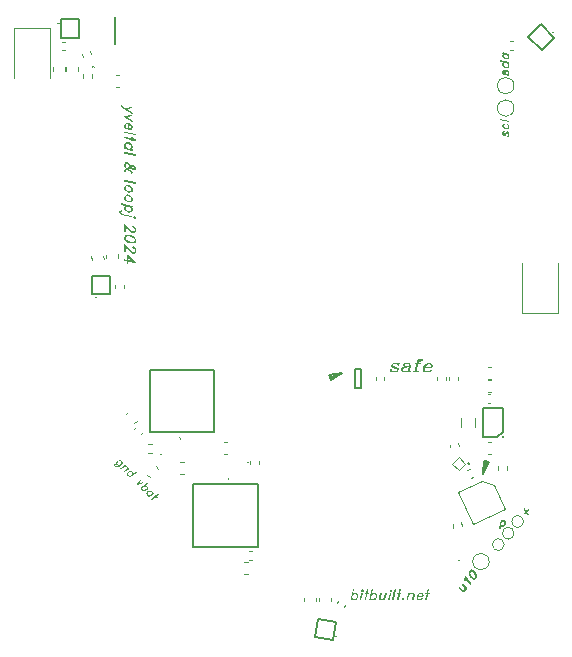
<source format=gbr>
%TF.GenerationSoftware,KiCad,Pcbnew,8.99.0-417-ga763d613e5*%
%TF.CreationDate,2024-05-16T16:31:54-04:00*%
%TF.ProjectId,thundervolt,7468756e-6465-4727-966f-6c742e6b6963,rev?*%
%TF.SameCoordinates,PX85b368ePY7384544*%
%TF.FileFunction,Legend,Top*%
%TF.FilePolarity,Positive*%
%FSLAX46Y46*%
G04 Gerber Fmt 4.6, Leading zero omitted, Abs format (unit mm)*
G04 Created by KiCad (PCBNEW 8.99.0-417-ga763d613e5) date 2024-05-16 16:31:54*
%MOMM*%
%LPD*%
G01*
G04 APERTURE LIST*
%ADD10C,0.150000*%
%ADD11C,0.140000*%
%ADD12C,0.225000*%
%ADD13C,0.112500*%
%ADD14C,0.200000*%
%ADD15C,0.300000*%
%ADD16C,0.180000*%
%ADD17C,0.120000*%
%ADD18C,0.100000*%
%ADD19C,0.152400*%
%ADD20C,0.121115*%
%ADD21C,0.121114*%
%ADD22C,0.121116*%
G04 APERTURE END LIST*
D10*
X5534332Y17441502D02*
X5784332Y17191502D01*
X5534332Y17441502D02*
X6634332Y17591502D01*
X18656286Y9449669D02*
X18825334Y10017988D01*
X5784332Y17191502D02*
X5659332Y17316502D01*
X5659332Y17316502D02*
X6284332Y17441502D01*
X5684332Y17041502D02*
X5534332Y17441502D01*
X18578408Y9076929D02*
X18672771Y10170592D01*
X19086468Y10064034D02*
X18578408Y9076929D01*
D11*
X-12083388Y31078826D02*
G75*
G02*
X-12043876Y31361633I9518J142834D01*
G01*
D10*
X18672771Y10170592D02*
X19086468Y10064034D01*
X6634332Y17591502D02*
X5684332Y17041502D01*
X18912378Y10033336D02*
X18656286Y9449669D01*
X6284332Y17441502D02*
X5721832Y17254002D01*
X18738287Y10002638D02*
X18912378Y10033336D01*
G36*
X-11147144Y40169030D02*
G01*
X-11131903Y40155841D01*
X-11120179Y40138842D01*
X-11116662Y40078465D01*
X-11120179Y40061173D01*
X-11131903Y40048570D01*
X-11147144Y40041829D01*
X-11565678Y39957125D01*
X-11143920Y39697739D01*
X-11128679Y39684843D01*
X-11116662Y39667258D01*
X-11113438Y39648500D01*
X-11116662Y39589589D01*
X-11128386Y39577279D01*
X-11143627Y39570831D01*
X-11160626Y39570831D01*
X-11179384Y39578158D01*
X-12100863Y40154376D01*
X-12116104Y40167565D01*
X-12126069Y40184271D01*
X-12129586Y40203322D01*
X-12126069Y40263406D01*
X-12100863Y40281577D01*
X-12082398Y40282457D01*
X-12063641Y40273664D01*
X-11731275Y40060880D01*
X-11182608Y40176358D01*
X-11165608Y40176358D01*
X-11147144Y40169030D01*
G37*
G36*
X-11147144Y39476162D02*
G01*
X-11131903Y39462973D01*
X-11120179Y39445974D01*
X-11116662Y39385597D01*
X-11120179Y39368305D01*
X-11131903Y39355702D01*
X-11147144Y39348961D01*
X-11569195Y39264843D01*
X-11144213Y39004871D01*
X-11128679Y38991975D01*
X-11116662Y38974390D01*
X-11116662Y38956218D01*
X-11116662Y38913427D01*
X-11120179Y38897600D01*
X-11131903Y38884997D01*
X-11147144Y38878549D01*
X-11165902Y38878842D01*
X-11182901Y38885876D01*
X-11800444Y39270119D01*
X-11815978Y39283015D01*
X-11825943Y39300307D01*
X-11829460Y39319065D01*
X-11825943Y39335185D01*
X-11815978Y39349254D01*
X-11800444Y39355995D01*
X-11182901Y39483490D01*
X-11165902Y39483490D01*
X-11147144Y39476162D01*
G37*
G36*
X-11411512Y38795311D02*
G01*
X-11277862Y38724676D01*
X-11258812Y38709142D01*
X-11169712Y38606267D01*
X-11116662Y38496358D01*
X-11116662Y38476427D01*
X-11116662Y38347467D01*
X-11121938Y38328709D01*
X-11167074Y38252506D01*
X-11234485Y38202094D01*
X-11322999Y38179233D01*
X-11345567Y38178940D01*
X-11480682Y38207076D01*
X-11498267Y38213818D01*
X-11513801Y38227007D01*
X-11525818Y38244592D01*
X-11529335Y38263350D01*
X-11529335Y38642317D01*
X-11398030Y38642317D01*
X-11398030Y38323434D01*
X-11363445Y38316106D01*
X-11286362Y38331933D01*
X-11247967Y38386741D01*
X-11247967Y38492254D01*
X-11290465Y38570510D01*
X-11327102Y38607732D01*
X-11398030Y38642317D01*
X-11529335Y38642317D01*
X-11529335Y38682764D01*
X-11631624Y38671040D01*
X-11662398Y38647593D01*
X-11698156Y38585751D01*
X-11698156Y38480238D01*
X-11665915Y38410775D01*
X-11593522Y38360949D01*
X-11569782Y38329589D01*
X-11571540Y38295297D01*
X-11623710Y38249868D01*
X-11640710Y38243420D01*
X-11657416Y38243713D01*
X-11676174Y38250747D01*
X-11691414Y38263936D01*
X-11777876Y38367691D01*
X-11829460Y38475841D01*
X-11829460Y38495771D01*
X-11829460Y38624732D01*
X-11824185Y38643490D01*
X-11779635Y38719986D01*
X-11682036Y38797069D01*
X-11663278Y38804690D01*
X-11529628Y38819637D01*
X-11411512Y38795311D01*
G37*
G36*
X-10845260Y37850970D02*
G01*
X-10830019Y37838074D01*
X-10820054Y37821075D01*
X-10816537Y37758940D01*
X-10820054Y37741940D01*
X-10830019Y37729044D01*
X-10845260Y37722596D01*
X-10863724Y37722889D01*
X-11782273Y37913985D01*
X-11800738Y37921312D01*
X-11815978Y37933915D01*
X-11825943Y37951208D01*
X-11829460Y37969672D01*
X-11825943Y38030342D01*
X-11815978Y38042945D01*
X-11800738Y38049686D01*
X-11782273Y38049393D01*
X-10863724Y37858298D01*
X-10845260Y37850970D01*
G37*
G36*
X-11143627Y37605067D02*
G01*
X-11128386Y37592171D01*
X-11116662Y37572827D01*
X-11113438Y37473176D01*
X-10862552Y37421005D01*
X-10844380Y37413678D01*
X-10829726Y37401075D01*
X-10819761Y37384076D01*
X-10816537Y37365025D01*
X-10816537Y37322233D01*
X-10816537Y37304062D01*
X-10826502Y37291459D01*
X-10841742Y37284718D01*
X-10860207Y37285011D01*
X-11116662Y37338353D01*
X-11116662Y37255702D01*
X-11116662Y37239582D01*
X-11128386Y37227272D01*
X-11143627Y37220531D01*
X-11160333Y37218772D01*
X-11204297Y37228151D01*
X-11222761Y37236944D01*
X-11238002Y37249840D01*
X-11247967Y37267132D01*
X-11251484Y37366490D01*
X-11781394Y37476693D01*
X-11800444Y37484020D01*
X-11815685Y37496916D01*
X-11825943Y37514208D01*
X-11829460Y37575758D01*
X-11825943Y37593343D01*
X-11815685Y37605946D01*
X-11800444Y37612394D01*
X-11781394Y37612101D01*
X-11251484Y37501898D01*
X-11251484Y37584550D01*
X-11247967Y37600377D01*
X-11238002Y37614739D01*
X-11222761Y37621480D01*
X-11204297Y37621187D01*
X-11160333Y37611808D01*
X-11143627Y37605067D01*
G37*
G36*
X-11411512Y37139931D02*
G01*
X-11277862Y37069296D01*
X-11258812Y37053762D01*
X-11169712Y36949421D01*
X-11116662Y36840977D01*
X-11116662Y36821047D01*
X-11116662Y36692380D01*
X-11121352Y36673622D01*
X-11163264Y36596246D01*
X-11177625Y36579540D01*
X-11143627Y36569282D01*
X-11128386Y36556092D01*
X-11116662Y36538800D01*
X-11113438Y36520042D01*
X-11116662Y36461131D01*
X-11128679Y36449114D01*
X-11144213Y36442080D01*
X-11161212Y36442373D01*
X-11784911Y36571919D01*
X-11803668Y36579247D01*
X-11819202Y36592436D01*
X-11829460Y36609435D01*
X-11832978Y36669519D01*
X-11829460Y36687104D01*
X-11819202Y36699707D01*
X-11803962Y36706448D01*
X-11768497Y36702345D01*
X-11784031Y36725499D01*
X-11829460Y36820754D01*
X-11829460Y36824857D01*
X-11698156Y36824857D01*
X-11625762Y36672743D01*
X-11320361Y36609142D01*
X-11247967Y36731361D01*
X-11247967Y36837167D01*
X-11284897Y36914250D01*
X-11316844Y36950007D01*
X-11434959Y37011263D01*
X-11511163Y37027090D01*
X-11629279Y37015074D01*
X-11661226Y36992506D01*
X-11698156Y36930663D01*
X-11698156Y36824857D01*
X-11829460Y36824857D01*
X-11829460Y36840684D01*
X-11829460Y36969351D01*
X-11824185Y36988109D01*
X-11779635Y37064606D01*
X-11682036Y37141689D01*
X-11663278Y37149309D01*
X-11529628Y37164257D01*
X-11411512Y37139931D01*
G37*
G36*
X-10845260Y36107663D02*
G01*
X-10830019Y36094767D01*
X-10820054Y36077767D01*
X-10816537Y36015632D01*
X-10820054Y35998633D01*
X-10830019Y35985737D01*
X-10845260Y35979289D01*
X-10863724Y35979582D01*
X-11782273Y36170677D01*
X-11800738Y36178005D01*
X-11815978Y36190607D01*
X-11825943Y36207900D01*
X-11829460Y36226365D01*
X-11825943Y36287035D01*
X-11815978Y36299637D01*
X-11800738Y36306379D01*
X-11782273Y36306085D01*
X-10863724Y36114990D01*
X-10845260Y36107663D01*
G37*
G36*
X-11520542Y35469603D02*
G01*
X-11498560Y35460224D01*
X-11398909Y35388123D01*
X-11311275Y35283783D01*
X-11255588Y35183252D01*
X-11228330Y35192631D01*
X-11096732Y35207872D01*
X-10995615Y35190286D01*
X-10973634Y35180908D01*
X-10873982Y35107342D01*
X-10821519Y34998898D01*
X-10816537Y34977795D01*
X-10821519Y34914781D01*
X-10873982Y34828319D01*
X-10973634Y34797837D01*
X-10995322Y34797251D01*
X-11083250Y34815716D01*
X-11103473Y34824801D01*
X-11203124Y34896609D01*
X-11297500Y35010621D01*
X-11461338Y34914194D01*
X-11280207Y34818353D01*
X-11170591Y34741270D01*
X-11116662Y34632534D01*
X-11116662Y34612603D01*
X-11116662Y34527021D01*
X-11119886Y34509435D01*
X-11131317Y34496832D01*
X-11146264Y34490091D01*
X-11162678Y34490091D01*
X-11223347Y34506211D01*
X-11238002Y34518814D01*
X-11247967Y34536106D01*
X-11251484Y34629309D01*
X-11269070Y34665653D01*
X-11312740Y34696427D01*
X-11586195Y34838870D01*
X-11661226Y34784062D01*
X-11698156Y34722219D01*
X-11698156Y34648067D01*
X-11701380Y34630189D01*
X-11711345Y34617293D01*
X-11725999Y34610845D01*
X-11744171Y34611138D01*
X-11786669Y34619931D01*
X-11804841Y34627258D01*
X-11819495Y34639861D01*
X-11829460Y34656860D01*
X-11829460Y34675325D01*
X-11829460Y34760908D01*
X-11829460Y34780838D01*
X-11776997Y34867300D01*
X-11701086Y34925918D01*
X-11785497Y35031138D01*
X-11829460Y35124341D01*
X-11829460Y35129910D01*
X-11698156Y35129910D01*
X-11662691Y35053413D01*
X-11630451Y35013552D01*
X-11605246Y34996846D01*
X-11503153Y35058102D01*
X-11186125Y35058102D01*
X-11176160Y35038172D01*
X-11142454Y34998019D01*
X-11071526Y34948486D01*
X-11005581Y34935004D01*
X-10971875Y34944676D01*
X-10954876Y34975450D01*
X-10954876Y34995381D01*
X-10971875Y35032017D01*
X-11005581Y35056930D01*
X-11074750Y35071291D01*
X-11186125Y35058102D01*
X-11503153Y35058102D01*
X-11372238Y35136651D01*
X-11432908Y35248319D01*
X-11466906Y35288179D01*
X-11537541Y35337711D01*
X-11603487Y35351487D01*
X-11665915Y35333022D01*
X-11698156Y35278800D01*
X-11698156Y35129910D01*
X-11829460Y35129910D01*
X-11829460Y35145737D01*
X-11829460Y35317488D01*
X-11824478Y35336246D01*
X-11772015Y35422708D01*
X-11716327Y35462568D01*
X-11628693Y35487481D01*
X-11606711Y35487481D01*
X-11520542Y35469603D01*
G37*
G36*
X-10845260Y33761759D02*
G01*
X-10830019Y33748863D01*
X-10820054Y33731864D01*
X-10816537Y33669728D01*
X-10820054Y33652729D01*
X-10830019Y33639833D01*
X-10845260Y33633385D01*
X-10863724Y33633678D01*
X-11782273Y33824774D01*
X-11800738Y33832101D01*
X-11815978Y33844704D01*
X-11825943Y33861996D01*
X-11829460Y33880461D01*
X-11825943Y33941131D01*
X-11815978Y33953734D01*
X-11800738Y33960475D01*
X-11782273Y33960182D01*
X-10863724Y33769086D01*
X-10845260Y33761759D01*
G37*
G36*
X-11414443Y33530803D02*
G01*
X-11281673Y33460168D01*
X-11262915Y33444927D01*
X-11165902Y33327104D01*
X-11116662Y33214557D01*
X-11116662Y33082373D01*
X-11116662Y33062443D01*
X-11170298Y32976274D01*
X-11259984Y32909156D01*
X-11279035Y32901536D01*
X-11413564Y32886881D01*
X-11518784Y32907104D01*
X-11667088Y32982136D01*
X-11686139Y32997670D01*
X-11775825Y33102303D01*
X-11829460Y33210747D01*
X-11829460Y33214850D01*
X-11698156Y33214850D01*
X-11661226Y33137767D01*
X-11629279Y33101717D01*
X-11511163Y33040461D01*
X-11434959Y33024634D01*
X-11316844Y33036651D01*
X-11284897Y33059512D01*
X-11247967Y33121354D01*
X-11247967Y33227160D01*
X-11284897Y33304243D01*
X-11316844Y33340293D01*
X-11434959Y33403015D01*
X-11511163Y33418842D01*
X-11629279Y33405360D01*
X-11661226Y33382499D01*
X-11698156Y33320656D01*
X-11698156Y33214850D01*
X-11829460Y33214850D01*
X-11829460Y33230677D01*
X-11829460Y33359344D01*
X-11824478Y33378102D01*
X-11771721Y33466323D01*
X-11683208Y33532268D01*
X-11664450Y33539889D01*
X-11531680Y33555129D01*
X-11414443Y33530803D01*
G37*
G36*
X-11414443Y32704285D02*
G01*
X-11281673Y32633650D01*
X-11262915Y32618409D01*
X-11165902Y32500587D01*
X-11116662Y32388039D01*
X-11116662Y32255855D01*
X-11116662Y32235925D01*
X-11170298Y32149756D01*
X-11259984Y32082638D01*
X-11279035Y32075018D01*
X-11413564Y32060363D01*
X-11518784Y32080587D01*
X-11667088Y32155618D01*
X-11686139Y32171152D01*
X-11775825Y32275785D01*
X-11829460Y32384229D01*
X-11829460Y32388333D01*
X-11698156Y32388333D01*
X-11661226Y32311249D01*
X-11629279Y32275199D01*
X-11511163Y32213943D01*
X-11434959Y32198116D01*
X-11316844Y32210133D01*
X-11284897Y32232994D01*
X-11247967Y32294836D01*
X-11247967Y32400642D01*
X-11284897Y32477725D01*
X-11316844Y32513776D01*
X-11434959Y32576497D01*
X-11511163Y32592324D01*
X-11629279Y32578842D01*
X-11661226Y32555981D01*
X-11698156Y32494139D01*
X-11698156Y32388333D01*
X-11829460Y32388333D01*
X-11829460Y32404159D01*
X-11829460Y32532827D01*
X-11824478Y32551584D01*
X-11771721Y32639805D01*
X-11683208Y32705751D01*
X-11664450Y32713371D01*
X-11531680Y32728612D01*
X-11414443Y32704285D01*
G37*
G36*
X-12082105Y31976832D02*
G01*
X-11160626Y31785443D01*
X-11143627Y31778702D01*
X-11128386Y31765220D01*
X-11116662Y31748221D01*
X-11116662Y31729756D01*
X-11116662Y31688723D01*
X-11119886Y31671431D01*
X-11131024Y31659121D01*
X-11145678Y31651794D01*
X-11177625Y31655311D01*
X-11162091Y31632157D01*
X-11116662Y31536609D01*
X-11116662Y31516679D01*
X-11116662Y31388012D01*
X-11121938Y31369547D01*
X-11174987Y31283085D01*
X-11264087Y31215967D01*
X-11282845Y31208053D01*
X-11432029Y31194571D01*
X-11534611Y31217725D01*
X-11668260Y31288360D01*
X-11687311Y31303894D01*
X-11784911Y31421424D01*
X-11829460Y31516679D01*
X-11829460Y31520489D01*
X-11698156Y31520489D01*
X-11661226Y31443406D01*
X-11629279Y31407356D01*
X-11511163Y31346099D01*
X-11434959Y31330273D01*
X-11316844Y31342289D01*
X-11284897Y31365150D01*
X-11247967Y31426993D01*
X-11247967Y31532799D01*
X-11320361Y31684913D01*
X-11625762Y31748514D01*
X-11698156Y31626295D01*
X-11698156Y31520489D01*
X-11829460Y31520489D01*
X-11829460Y31536316D01*
X-11829460Y31664983D01*
X-11824771Y31684034D01*
X-11782859Y31761117D01*
X-11768497Y31778116D01*
X-12083278Y31843476D01*
X-12101449Y31850510D01*
X-12116397Y31863699D01*
X-12126362Y31880698D01*
X-12129586Y31899163D01*
X-12126069Y31958074D01*
X-12116104Y31970677D01*
X-12100863Y31977711D01*
X-12082105Y31976832D01*
G37*
G36*
X-10820054Y30817363D02*
G01*
X-10816537Y30755227D01*
X-10820054Y30738228D01*
X-10873982Y30691333D01*
X-10889223Y30684885D01*
X-10951652Y30694264D01*
X-10970116Y30701591D01*
X-10985357Y30714487D01*
X-11039286Y30783657D01*
X-11042803Y30845499D01*
X-11039286Y30862792D01*
X-10985357Y30909393D01*
X-10970116Y30916134D01*
X-10907688Y30906462D01*
X-10889223Y30899428D01*
X-10873982Y30886239D01*
X-10820054Y30817363D01*
G37*
G36*
X-11147144Y30909979D02*
G01*
X-11131903Y30897083D01*
X-11120179Y30879791D01*
X-11116662Y30817656D01*
X-11120179Y30800656D01*
X-11131903Y30788053D01*
X-11147144Y30781605D01*
X-11163850Y30781605D01*
X-12082398Y30972408D01*
X-12100863Y30980028D01*
X-12116104Y30992631D01*
X-12126069Y31009631D01*
X-12129586Y31028388D01*
X-12126069Y31088765D01*
X-12116104Y31101661D01*
X-12100863Y31108402D01*
X-12082398Y31107816D01*
X-11163850Y30917014D01*
X-11147144Y30909979D01*
G37*
G36*
X-11766446Y30258437D02*
G01*
X-11749447Y30244955D01*
X-11312154Y29771026D01*
X-11184366Y29663462D01*
X-11109628Y29609826D01*
X-11043096Y29596051D01*
X-10980082Y29614808D01*
X-10947842Y29670789D01*
X-10947842Y29819386D01*
X-10980082Y29888849D01*
X-11042510Y29933106D01*
X-11093215Y29946881D01*
X-11108456Y29960363D01*
X-11118421Y29977069D01*
X-11123403Y29996120D01*
X-11118421Y30054739D01*
X-11108456Y30067342D01*
X-11093215Y30074083D01*
X-11032252Y30064704D01*
X-11010270Y30055325D01*
X-10922929Y29995827D01*
X-10859621Y29918158D01*
X-10816537Y29823196D01*
X-10816537Y29803266D01*
X-10816537Y29631515D01*
X-10821519Y29613050D01*
X-10865776Y29535967D01*
X-10930549Y29485262D01*
X-11019063Y29462401D01*
X-11041338Y29462401D01*
X-11128093Y29480279D01*
X-11150075Y29489658D01*
X-11243864Y29554139D01*
X-11374876Y29666979D01*
X-11698156Y30014878D01*
X-11698156Y29602206D01*
X-11701380Y29584620D01*
X-11711345Y29571724D01*
X-11725999Y29565276D01*
X-11786669Y29574362D01*
X-11804841Y29581689D01*
X-11819495Y29594292D01*
X-11829460Y29611291D01*
X-11829460Y29629463D01*
X-11829460Y30227076D01*
X-11825943Y30244662D01*
X-11815978Y30257265D01*
X-11800444Y30263713D01*
X-11783445Y30263713D01*
X-11766446Y30258437D01*
G37*
G36*
X-11388065Y29314097D02*
G01*
X-11247674Y29284788D01*
X-11011149Y29186309D01*
X-10869000Y29060866D01*
X-10816537Y28899665D01*
X-10816537Y28792101D01*
X-10860500Y28674278D01*
X-10878965Y28653176D01*
X-11027855Y28591919D01*
X-11256174Y28596316D01*
X-11396564Y28625625D01*
X-11633382Y28724397D01*
X-11775239Y28849840D01*
X-11823309Y28998730D01*
X-11698156Y28998730D01*
X-11667088Y28903182D01*
X-11593229Y28841047D01*
X-11384841Y28758395D01*
X-11261156Y28732603D01*
X-11052768Y28728793D01*
X-10978909Y28760154D01*
X-10947842Y28842806D01*
X-10947842Y28911975D01*
X-10978909Y29007523D01*
X-11052768Y29069365D01*
X-11261156Y29152310D01*
X-11384841Y29178102D01*
X-11593229Y29181619D01*
X-11667088Y29150552D01*
X-11698156Y29067900D01*
X-11698156Y28998730D01*
X-11823309Y28998730D01*
X-11829460Y29017781D01*
X-11827702Y29118019D01*
X-11783738Y29236134D01*
X-11765273Y29256944D01*
X-11616383Y29318493D01*
X-11388065Y29314097D01*
G37*
G36*
X-11766446Y28523336D02*
G01*
X-11749447Y28509854D01*
X-11312154Y28035925D01*
X-11184366Y27928360D01*
X-11109628Y27874725D01*
X-11043096Y27860949D01*
X-10980082Y27879707D01*
X-10947842Y27935688D01*
X-10947842Y28084285D01*
X-10980082Y28153748D01*
X-11042510Y28198005D01*
X-11093215Y28211780D01*
X-11108456Y28225262D01*
X-11118421Y28241968D01*
X-11123403Y28261019D01*
X-11118421Y28319637D01*
X-11108456Y28332240D01*
X-11093215Y28338982D01*
X-11032252Y28329603D01*
X-11010270Y28320224D01*
X-10922929Y28260726D01*
X-10859621Y28183057D01*
X-10816537Y28088095D01*
X-10816537Y28068165D01*
X-10816537Y27896413D01*
X-10821519Y27877949D01*
X-10865776Y27800866D01*
X-10930549Y27750161D01*
X-11019063Y27727300D01*
X-11041338Y27727300D01*
X-11128093Y27745178D01*
X-11150075Y27754557D01*
X-11243864Y27819037D01*
X-11374876Y27931878D01*
X-11698156Y28279777D01*
X-11698156Y27867104D01*
X-11701380Y27849519D01*
X-11711345Y27836623D01*
X-11725999Y27830175D01*
X-11786669Y27839261D01*
X-11804841Y27846588D01*
X-11819495Y27859191D01*
X-11829460Y27876190D01*
X-11829460Y27894362D01*
X-11829460Y28491975D01*
X-11825943Y28509561D01*
X-11815978Y28522164D01*
X-11800444Y28528612D01*
X-11783445Y28528612D01*
X-11766446Y28523336D01*
G37*
G36*
X-11548972Y27610649D02*
G01*
X-11533731Y27599219D01*
X-10836760Y26984020D01*
X-10825036Y26969952D01*
X-10816537Y26949728D01*
X-10816537Y26933022D01*
X-10816537Y26916902D01*
X-10837053Y26904592D01*
X-10855811Y26903420D01*
X-11473061Y27031794D01*
X-11473061Y26908109D01*
X-11476285Y26890231D01*
X-11485957Y26877628D01*
X-11500612Y26870887D01*
X-11518491Y26871180D01*
X-11558937Y26879679D01*
X-11576816Y26886714D01*
X-11591470Y26899610D01*
X-11601142Y26916316D01*
X-11604366Y26935367D01*
X-11604366Y27059051D01*
X-11800151Y27104774D01*
X-11815685Y27117963D01*
X-11825943Y27135255D01*
X-11829460Y27195046D01*
X-11825943Y27212631D01*
X-11815685Y27225234D01*
X-11800151Y27231682D01*
X-11604366Y27194460D01*
X-11604366Y27388486D01*
X-11473354Y27388486D01*
X-11473061Y27167202D01*
X-11145678Y27099205D01*
X-11473354Y27388486D01*
X-11604366Y27388486D01*
X-11604366Y27576065D01*
X-11604366Y27592478D01*
X-11582384Y27612994D01*
X-11548972Y27610649D01*
G37*
D12*
G36*
X21997849Y5672047D02*
G01*
X21996066Y5686413D01*
X21998811Y5700628D01*
X22006360Y5712998D01*
X22151728Y5880224D01*
X22011548Y6064411D01*
X22004535Y6077788D01*
X22002254Y6092587D01*
X22004978Y6107112D01*
X22033560Y6144014D01*
X22044060Y6152071D01*
X22056046Y6154467D01*
X22067845Y6150618D01*
X22078319Y6141222D01*
X22218499Y5957035D01*
X22364011Y6124428D01*
X22374200Y6132464D01*
X22386020Y6135004D01*
X22397466Y6131753D01*
X22426651Y6097645D01*
X22433144Y6085011D01*
X22435072Y6070810D01*
X22432182Y6056429D01*
X22424777Y6044225D01*
X22279266Y5876833D01*
X22419446Y5692646D01*
X22426292Y5679413D01*
X22428573Y5664614D01*
X22426016Y5649945D01*
X22397555Y5613520D01*
X22386934Y5604986D01*
X22374782Y5602734D01*
X22362982Y5606583D01*
X22352675Y5615835D01*
X22212494Y5800022D01*
X22067127Y5632795D01*
X22056793Y5624594D01*
X22045117Y5622219D01*
X22033527Y5625304D01*
X22004486Y5659578D01*
X21997849Y5672047D01*
G37*
D13*
G36*
X20642039Y37597934D02*
G01*
X20620790Y37620160D01*
X20616638Y37635059D01*
X20616638Y37673405D01*
X20627873Y37697341D01*
X20667440Y37712240D01*
X20689911Y37772324D01*
X20689911Y37865869D01*
X20666708Y37935478D01*
X20646435Y37950621D01*
X20627629Y37954529D01*
X20598808Y37945248D01*
X20506240Y37754005D01*
X20459834Y37679756D01*
X20374593Y37653622D01*
X20355786Y37653377D01*
X20338445Y37660949D01*
X20250274Y37724696D01*
X20205333Y37853901D01*
X20202646Y37974068D01*
X20240992Y38084466D01*
X20247831Y38096678D01*
X20331606Y38123301D01*
X20345773Y38124522D01*
X20361160Y38119881D01*
X20373860Y38110600D01*
X20385096Y38093014D01*
X20387782Y38077139D01*
X20385096Y38028534D01*
X20366777Y38011437D01*
X20337224Y38003866D01*
X20314754Y37943782D01*
X20314754Y37850237D01*
X20337713Y37780872D01*
X20349436Y37773056D01*
X20369464Y37778430D01*
X20386805Y37809204D01*
X20461788Y37969672D01*
X20507950Y38044166D01*
X20593191Y38068834D01*
X20647901Y38061751D01*
X20666708Y38053691D01*
X20753170Y37991654D01*
X20799332Y37862449D01*
X20799332Y37730314D01*
X20756101Y37619672D01*
X20674279Y37591095D01*
X20657426Y37592072D01*
X20642039Y37597934D01*
G37*
G36*
X20333072Y38775917D02*
G01*
X20348459Y38775429D01*
X20363847Y38769567D01*
X20413184Y38715101D01*
X20424419Y38686525D01*
X20414649Y38662345D01*
X20341376Y38639141D01*
X20314754Y38592247D01*
X20314754Y38504319D01*
X20345528Y38440084D01*
X20372151Y38410042D01*
X20470581Y38357774D01*
X20534084Y38344585D01*
X20632514Y38355820D01*
X20659136Y38374871D01*
X20689911Y38426406D01*
X20689911Y38514333D01*
X20663044Y38572219D01*
X20590015Y38625952D01*
X20580001Y38654285D01*
X20592702Y38677732D01*
X20642039Y38711682D01*
X20655961Y38711437D01*
X20671592Y38705576D01*
X20756345Y38608123D01*
X20799332Y38517997D01*
X20799332Y38501388D01*
X20799332Y38393922D01*
X20794935Y38378290D01*
X20757810Y38314543D01*
X20676477Y38250307D01*
X20660846Y38243957D01*
X20549471Y38231500D01*
X20451041Y38251772D01*
X20339666Y38310635D01*
X20323791Y38323580D01*
X20249541Y38409309D01*
X20205333Y38500900D01*
X20205333Y38517509D01*
X20205333Y38624975D01*
X20209241Y38640607D01*
X20243923Y38704843D01*
X20320371Y38770300D01*
X20333072Y38775917D01*
G37*
G36*
X19979164Y39038723D02*
G01*
X19966463Y39049469D01*
X19958159Y39063636D01*
X19955228Y39115415D01*
X19958159Y39129581D01*
X19966463Y39140328D01*
X19979164Y39145701D01*
X19994551Y39145457D01*
X20760008Y38986211D01*
X20775396Y38980104D01*
X20788096Y38969602D01*
X20796401Y38955192D01*
X20799332Y38939804D01*
X20796401Y38889246D01*
X20788096Y38878744D01*
X20775396Y38873126D01*
X20760008Y38873370D01*
X19994551Y39032617D01*
X19979164Y39038723D01*
G37*
G36*
X-10470773Y8592104D02*
G01*
X-10455696Y8593192D01*
X-10440463Y8590394D01*
X-10406578Y8560240D01*
X-10399273Y8549204D01*
X-10398806Y8536303D01*
X-10403314Y8524645D01*
X-10582531Y8256209D01*
X-10219279Y8343719D01*
X-10204201Y8345118D01*
X-10188502Y8342164D01*
X-10178865Y8332527D01*
X-10156172Y8309834D01*
X-10149644Y8299575D01*
X-10149177Y8286674D01*
X-10153840Y8275172D01*
X-10163944Y8265379D01*
X-10176689Y8260095D01*
X-10707967Y8136368D01*
X-10723044Y8134969D01*
X-10737500Y8138855D01*
X-10749313Y8146938D01*
X-10755996Y8157352D01*
X-10758172Y8170098D01*
X-10753509Y8181911D01*
X-10493622Y8577027D01*
X-10484606Y8586042D01*
X-10470773Y8592104D01*
G37*
G36*
X-9835198Y8303461D02*
G01*
X-9823074Y8295068D01*
X-9793852Y8262426D01*
X-9792454Y8250458D01*
X-9796495Y8238645D01*
X-9806443Y8229319D01*
X-10008198Y8097199D01*
X-9987680Y8093157D01*
X-9912916Y8066578D01*
X-9902346Y8056008D01*
X-9834110Y7987772D01*
X-9827116Y7975182D01*
X-9809396Y7901195D01*
X-9821054Y7818348D01*
X-9826649Y7804048D01*
X-9889756Y7725398D01*
X-9955816Y7680477D01*
X-10073636Y7642240D01*
X-10092133Y7640530D01*
X-10194564Y7648457D01*
X-10280365Y7677990D01*
X-10290779Y7688404D01*
X-10359015Y7756640D01*
X-10366631Y7769230D01*
X-10385283Y7832337D01*
X-10386682Y7848969D01*
X-10411086Y7835757D01*
X-10426163Y7834669D01*
X-10440618Y7838244D01*
X-10474348Y7868243D01*
X-10481809Y7879434D01*
X-10483052Y7891558D01*
X-10478545Y7903215D01*
X-10472416Y7908967D01*
X-10295286Y7908967D01*
X-10268862Y7805758D01*
X-10212750Y7749645D01*
X-10152286Y7728351D01*
X-10116225Y7726175D01*
X-10021099Y7756329D01*
X-9972292Y7788349D01*
X-9916025Y7857362D01*
X-9911206Y7886428D01*
X-9924418Y7938810D01*
X-9980530Y7994922D01*
X-10099594Y8037201D01*
X-10295286Y7908967D01*
X-10472416Y7908967D01*
X-10468441Y7912697D01*
X-9878098Y8299731D01*
X-9864420Y8305948D01*
X-9849187Y8306881D01*
X-9835198Y8303461D01*
G37*
G36*
X-9560544Y7657939D02*
G01*
X-9474899Y7628561D01*
X-9464330Y7617992D01*
X-9396094Y7549756D01*
X-9388633Y7537321D01*
X-9369825Y7474059D01*
X-9368582Y7457583D01*
X-9345111Y7470173D01*
X-9330034Y7471261D01*
X-9314646Y7468308D01*
X-9302988Y7460070D01*
X-9273455Y7427117D01*
X-9273455Y7414372D01*
X-9277963Y7402403D01*
X-9287134Y7393543D01*
X-9686602Y7131480D01*
X-9700436Y7125418D01*
X-9715669Y7124174D01*
X-9730124Y7127749D01*
X-9763853Y7157748D01*
X-9771314Y7168940D01*
X-9772558Y7181064D01*
X-9768050Y7192721D01*
X-9747066Y7209353D01*
X-9767584Y7213394D01*
X-9842193Y7239818D01*
X-9852762Y7250388D01*
X-9920998Y7318624D01*
X-9928148Y7331369D01*
X-9945091Y7395564D01*
X-9942206Y7420123D01*
X-9844058Y7420123D01*
X-9830846Y7367741D01*
X-9774734Y7311629D01*
X-9655671Y7269351D01*
X-9459978Y7397585D01*
X-9486402Y7500794D01*
X-9542514Y7556906D01*
X-9602978Y7578200D01*
X-9638884Y7580221D01*
X-9734010Y7550067D01*
X-9782817Y7518047D01*
X-9839084Y7449034D01*
X-9844058Y7420123D01*
X-9942206Y7420123D01*
X-9934210Y7488203D01*
X-9928304Y7502193D01*
X-9865353Y7580998D01*
X-9789811Y7630738D01*
X-9681473Y7664156D01*
X-9663131Y7666021D01*
X-9560544Y7657939D01*
G37*
G36*
X-9178795Y7303857D02*
G01*
X-9163874Y7305101D01*
X-9147397Y7301060D01*
X-9092840Y7249921D01*
X-8932120Y7355306D01*
X-8918597Y7361058D01*
X-8904141Y7362146D01*
X-8889841Y7358415D01*
X-8878028Y7350022D01*
X-8855335Y7327328D01*
X-8845698Y7317691D01*
X-8844299Y7305723D01*
X-8848806Y7294065D01*
X-8858754Y7284428D01*
X-9023049Y7176711D01*
X-8979217Y7132879D01*
X-8970668Y7124330D01*
X-8970357Y7111584D01*
X-8974864Y7099926D01*
X-8982792Y7090134D01*
X-9011081Y7071793D01*
X-9025536Y7066663D01*
X-9040458Y7065420D01*
X-9054914Y7069306D01*
X-9109471Y7120133D01*
X-9448942Y6897550D01*
X-9462931Y6891332D01*
X-9477853Y6890089D01*
X-9492464Y6893819D01*
X-9526970Y6924595D01*
X-9534431Y6935787D01*
X-9535675Y6947911D01*
X-9531012Y6959413D01*
X-9520753Y6969361D01*
X-9181282Y7191944D01*
X-9225115Y7235777D01*
X-9231643Y7246035D01*
X-9233975Y7258937D01*
X-9229467Y7270594D01*
X-9219519Y7280231D01*
X-9191230Y7298573D01*
X-9178795Y7303857D01*
G37*
D14*
G36*
X16535244Y-563991D02*
G01*
X16530865Y-538501D01*
X16534716Y-514340D01*
X16547445Y-493367D01*
X16583659Y-451708D01*
X16603980Y-447690D01*
X16624175Y-454242D01*
X16640997Y-469513D01*
X16846318Y-739257D01*
X16883367Y-756576D01*
X16919945Y-742419D01*
X16946064Y-712373D01*
X16963948Y-651220D01*
X16981194Y-556179D01*
X16787295Y-301217D01*
X16775920Y-279679D01*
X16774865Y-244781D01*
X16776906Y-229403D01*
X16788674Y-209536D01*
X16828182Y-170417D01*
X16848047Y-167296D01*
X16868610Y-174169D01*
X16885296Y-189968D01*
X17190348Y-591068D01*
X17202067Y-612582D01*
X17206470Y-638416D01*
X17202435Y-662417D01*
X17189890Y-683550D01*
X17151343Y-721564D01*
X17130517Y-725790D01*
X17110138Y-719078D01*
X17095969Y-707084D01*
X17094170Y-733352D01*
X17074358Y-816454D01*
X17057053Y-836362D01*
X16990233Y-913228D01*
X16970611Y-927239D01*
X16903479Y-950112D01*
X16883013Y-952062D01*
X16863411Y-944084D01*
X16763385Y-870401D01*
X16546619Y-585529D01*
X16535244Y-563991D01*
G37*
G36*
X16971709Y79574D02*
G01*
X16966713Y103982D01*
X16969642Y128944D01*
X16989360Y198535D01*
X16991628Y349315D01*
X16995503Y373131D01*
X17008393Y394288D01*
X17025307Y407417D01*
X17044827Y410513D01*
X17065206Y403801D01*
X17082805Y389797D01*
X17531614Y-200347D01*
X17541843Y-222831D01*
X17545878Y-248345D01*
X17542163Y-271977D01*
X17507641Y-318019D01*
X17490727Y-331148D01*
X17470085Y-335534D01*
X17449706Y-328822D01*
X17433068Y-313712D01*
X17107803Y114021D01*
X17089317Y54038D01*
X17079096Y31856D01*
X17061060Y17437D01*
X17040739Y13419D01*
X17019583Y18865D01*
X17003105Y34160D01*
X16971709Y79574D01*
G37*
G36*
X17594324Y980093D02*
G01*
X17703183Y945981D01*
X17722560Y936256D01*
X17859536Y812007D01*
X17930085Y716699D01*
X18015958Y550789D01*
X18022701Y526157D01*
X18043521Y369547D01*
X18037955Y350114D01*
X17983066Y228895D01*
X17924290Y165749D01*
X17835735Y117486D01*
X17819829Y112219D01*
X17802888Y114324D01*
X17694054Y148091D01*
X17674652Y158161D01*
X17537676Y282410D01*
X17467127Y377717D01*
X17381254Y543628D01*
X17374535Y567916D01*
X17359256Y682974D01*
X17492353Y682974D01*
X17501490Y621633D01*
X17576206Y474159D01*
X17633016Y399532D01*
X17747631Y297957D01*
X17796828Y282699D01*
X17847468Y311171D01*
X17880156Y348775D01*
X17906751Y409151D01*
X17897614Y470492D01*
X17822738Y617782D01*
X17765927Y692409D01*
X17651473Y794168D01*
X17602276Y809426D01*
X17551476Y780770D01*
X17518788Y743166D01*
X17492353Y682974D01*
X17359256Y682974D01*
X17353692Y724870D01*
X17359258Y744303D01*
X17409644Y858108D01*
X17472922Y928668D01*
X17561478Y976930D01*
X17577383Y982198D01*
X17594324Y980093D01*
G37*
D15*
G36*
X10789698Y18280175D02*
G01*
X10779440Y18206316D01*
X10842088Y18126644D01*
X10941006Y18072960D01*
X11180975Y17971062D01*
X11267437Y17925242D01*
X11289419Y17895493D01*
X11276596Y17837705D01*
X11241792Y17809666D01*
X11146170Y17767949D01*
X10961156Y17767949D01*
X10884220Y17809666D01*
X10851614Y17847621D01*
X10815344Y17961145D01*
X10798857Y17971062D01*
X10777242Y17975165D01*
X10755626Y17969010D01*
X10734377Y17957042D01*
X10720089Y17939261D01*
X10709464Y17919429D01*
X10663302Y17712897D01*
X10665134Y17693406D01*
X10671729Y17675625D01*
X10687116Y17661948D01*
X10706533Y17658186D01*
X10729981Y17661948D01*
X10750863Y17671864D01*
X10792995Y17722813D01*
X10899241Y17663999D01*
X10922322Y17658186D01*
X11135912Y17658186D01*
X11162290Y17663999D01*
X11280260Y17714949D01*
X11361593Y17775814D01*
X11377713Y17793595D01*
X11386872Y17815479D01*
X11421310Y17971062D01*
X11421676Y17990894D01*
X11413250Y18009017D01*
X11371484Y18060992D01*
X11260842Y18124593D01*
X11020874Y18228200D01*
X10934046Y18274020D01*
X10910965Y18307872D01*
X10948334Y18337963D01*
X11044321Y18379680D01*
X11228969Y18379680D01*
X11305905Y18337963D01*
X11338145Y18297956D01*
X11374782Y18186484D01*
X11391268Y18176568D01*
X11412884Y18172464D01*
X11434499Y18178619D01*
X11455748Y18190245D01*
X11470403Y18208368D01*
X11478829Y18228200D01*
X11524625Y18434732D01*
X11524991Y18454223D01*
X11518763Y18472004D01*
X11502643Y18483630D01*
X11483592Y18489785D01*
X11460145Y18485681D01*
X11439262Y18475765D01*
X11397130Y18424816D01*
X11291251Y18483630D01*
X11268170Y18489785D01*
X11054579Y18489785D01*
X11028201Y18483630D01*
X10910232Y18432681D01*
X10828899Y18371815D01*
X10812413Y18354034D01*
X10801422Y18331808D01*
X10789698Y18280175D01*
G37*
G36*
X12265780Y18483630D02*
G01*
X12361034Y18432681D01*
X12415623Y18371815D01*
X12452625Y18254188D01*
X12453358Y18228200D01*
X12375689Y17879422D01*
X12400235Y17795646D01*
X12424782Y17767949D01*
X12474974Y17763846D01*
X12491094Y17752220D01*
X12499154Y17734439D01*
X12498787Y17712897D01*
X12489628Y17691355D01*
X12473508Y17673574D01*
X12452259Y17661948D01*
X12429178Y17658186D01*
X12355905Y17661948D01*
X12244531Y17724523D01*
X12226579Y17771711D01*
X12148177Y17714949D01*
X12029841Y17663999D01*
X12003829Y17658186D01*
X11839698Y17658186D01*
X11660546Y17722813D01*
X11621345Y17841466D01*
X11620979Y17867454D01*
X11623645Y17879422D01*
X11790605Y17879422D01*
X11812953Y17805563D01*
X11882563Y17767949D01*
X12014087Y17767949D01*
X12109342Y17809666D01*
X12211558Y17889338D01*
X12262482Y18118780D01*
X11954004Y18070908D01*
X11863145Y18030901D01*
X11807824Y17957042D01*
X11790605Y17879422D01*
X11623645Y17879422D01*
X11644059Y17971062D01*
X11655783Y17994997D01*
X11748107Y18114676D01*
X11951439Y18180329D01*
X12262482Y18228200D01*
X12292158Y18252136D01*
X12304614Y18307872D01*
X12280434Y18337963D01*
X12203498Y18379680D01*
X12018850Y18379680D01*
X11945944Y18347879D01*
X11923962Y18258291D01*
X11907475Y18240168D01*
X11886593Y18228200D01*
X11809290Y18224439D01*
X11789872Y18228200D01*
X11774119Y18240168D01*
X11765692Y18258291D01*
X11776317Y18331808D01*
X11786942Y18354034D01*
X11803428Y18371815D01*
X11884394Y18432681D01*
X12003096Y18483630D01*
X12028742Y18489785D01*
X12242699Y18489785D01*
X12265780Y18483630D01*
G37*
G36*
X12950881Y18489785D02*
G01*
X12827050Y18485681D01*
X12805434Y18472004D01*
X12789314Y18454223D01*
X12778323Y18434732D01*
X12780155Y18413190D01*
X12788215Y18395409D01*
X12804335Y18383783D01*
X12926334Y18379680D01*
X12790047Y17767949D01*
X12666216Y17763846D01*
X12644967Y17752220D01*
X12628847Y17734439D01*
X12617489Y17712897D01*
X12619321Y17691355D01*
X12627381Y17673574D01*
X12643501Y17661948D01*
X12663285Y17658186D01*
X13036976Y17658186D01*
X13060057Y17661948D01*
X13081307Y17673574D01*
X13097793Y17691355D01*
X13106586Y17712897D01*
X13107318Y17734439D01*
X13098892Y17752220D01*
X13082772Y17763846D01*
X13061523Y17767949D01*
X12958941Y17767949D01*
X13095228Y18379680D01*
X13272549Y18383783D01*
X13295630Y18395409D01*
X13311750Y18413190D01*
X13320909Y18434732D01*
X13320909Y18454223D01*
X13312849Y18472004D01*
X13295263Y18485681D01*
X13119775Y18489785D01*
X13149450Y18623141D01*
X13210267Y18704181D01*
X13225288Y18715807D01*
X13208069Y18685032D01*
X13207336Y18663832D01*
X13216129Y18646393D01*
X13274014Y18584502D01*
X13295996Y18580399D01*
X13317245Y18584502D01*
X13340326Y18596128D01*
X13419094Y18663832D01*
X13441443Y18735297D01*
X13439977Y18756498D01*
X13431184Y18773937D01*
X13391251Y18824202D01*
X13373299Y18835828D01*
X13353882Y18839931D01*
X13223089Y18835828D01*
X13083871Y18773937D01*
X12995211Y18659729D01*
X12983121Y18634767D01*
X12950881Y18489785D01*
G37*
G36*
X14107126Y18463797D02*
G01*
X14202381Y18412848D01*
X14265396Y18336253D01*
X14294339Y18235039D01*
X14294705Y18209394D01*
X14263564Y18087321D01*
X14247078Y18067489D01*
X14225829Y18055863D01*
X14202381Y18052101D01*
X13623159Y18052101D01*
X13614733Y18015856D01*
X13631952Y17888996D01*
X13703759Y17805563D01*
X13781062Y17765898D01*
X13863128Y17765898D01*
X14010406Y17807614D01*
X14149991Y17909854D01*
X14171240Y17913616D01*
X14193222Y17909854D01*
X14209342Y17898570D01*
X14217402Y17879422D01*
X14217036Y17860615D01*
X14208243Y17839757D01*
X14063163Y17722813D01*
X14037517Y17709136D01*
X13849206Y17656135D01*
X13724276Y17658186D01*
X13577364Y17709136D01*
X13557580Y17722813D01*
X13473316Y17822660D01*
X13463424Y17843518D01*
X13444374Y18006281D01*
X13472950Y18124593D01*
X13494023Y18161864D01*
X13667856Y18161864D01*
X14117751Y18161864D01*
X14136802Y18247007D01*
X14114454Y18322234D01*
X14044845Y18359847D01*
X13913686Y18359847D01*
X13817699Y18318131D01*
X13708156Y18230936D01*
X13667856Y18161864D01*
X13494023Y18161864D01*
X13560145Y18278808D01*
X13579562Y18300350D01*
X13709255Y18402932D01*
X13734534Y18414900D01*
X13921013Y18467900D01*
X14083679Y18469610D01*
X14107126Y18463797D01*
G37*
D16*
G36*
X20166392Y5154342D02*
G01*
X20181560Y5144230D01*
X20188154Y5127744D01*
X20245747Y5154342D01*
X20267729Y5154342D01*
X20359613Y5154342D01*
X20382034Y5149066D01*
X20447320Y5106421D01*
X20494801Y5043113D01*
X20502934Y5022450D01*
X20513046Y4909684D01*
X20493482Y4828351D01*
X20442704Y4732510D01*
X20425778Y4711847D01*
X20351919Y4648319D01*
X20269047Y4605674D01*
X20245307Y4605674D01*
X20153643Y4605674D01*
X20132760Y4610730D01*
X20090555Y4635350D01*
X20051207Y4446526D01*
X20043733Y4426742D01*
X20028786Y4409377D01*
X20009222Y4398386D01*
X19988559Y4394649D01*
X19938660Y4398386D01*
X19924812Y4409816D01*
X19917558Y4427841D01*
X19917997Y4448065D01*
X19988742Y4788344D01*
X20122428Y4788344D01*
X20195408Y4746358D01*
X20262233Y4746358D01*
X20308835Y4767901D01*
X20328179Y4783288D01*
X20367087Y4857147D01*
X20376539Y4902869D01*
X20368405Y4976728D01*
X20355436Y4992116D01*
X20317847Y5013658D01*
X20251022Y5013658D01*
X20160457Y4971672D01*
X20122428Y4788344D01*
X19988742Y4788344D01*
X20054505Y5104663D01*
X20062418Y5125106D01*
X20077146Y5142911D01*
X20095830Y5154342D01*
X20117592Y5158079D01*
X20166392Y5154342D01*
G37*
D13*
G36*
X20642039Y42797934D02*
G01*
X20620790Y42820160D01*
X20616638Y42835059D01*
X20616638Y42873405D01*
X20627873Y42897341D01*
X20667440Y42912240D01*
X20689911Y42972324D01*
X20689911Y43065869D01*
X20666708Y43135478D01*
X20646435Y43150621D01*
X20627629Y43154529D01*
X20598808Y43145248D01*
X20506240Y42954005D01*
X20459834Y42879756D01*
X20374593Y42853622D01*
X20355786Y42853377D01*
X20338445Y42860949D01*
X20250274Y42924696D01*
X20205333Y43053901D01*
X20202646Y43174068D01*
X20240992Y43284466D01*
X20247831Y43296678D01*
X20331606Y43323301D01*
X20345773Y43324522D01*
X20361160Y43319881D01*
X20373860Y43310600D01*
X20385096Y43293014D01*
X20387782Y43277139D01*
X20385096Y43228534D01*
X20366777Y43211437D01*
X20337224Y43203866D01*
X20314754Y43143782D01*
X20314754Y43050237D01*
X20337713Y42980872D01*
X20349436Y42973056D01*
X20369464Y42978430D01*
X20386805Y43009204D01*
X20461788Y43169672D01*
X20507950Y43244166D01*
X20593191Y43268834D01*
X20647901Y43261751D01*
X20666708Y43253691D01*
X20753170Y43191654D01*
X20799332Y43062449D01*
X20799332Y42930314D01*
X20756101Y42819672D01*
X20674279Y42791095D01*
X20657426Y42792072D01*
X20642039Y42797934D01*
G37*
G36*
X19994796Y44084606D02*
G01*
X20762695Y43924871D01*
X20778082Y43919009D01*
X20790783Y43908018D01*
X20799332Y43893852D01*
X20802262Y43843782D01*
X20799332Y43829127D01*
X20790783Y43818625D01*
X20778082Y43813007D01*
X20748529Y43816427D01*
X20761474Y43797132D01*
X20799332Y43717753D01*
X20799332Y43701144D01*
X20799332Y43593922D01*
X20794935Y43578290D01*
X20750727Y43506238D01*
X20676477Y43450307D01*
X20660846Y43443957D01*
X20549471Y43431500D01*
X20451041Y43451772D01*
X20339666Y43510635D01*
X20323791Y43523580D01*
X20249541Y43610530D01*
X20205333Y43700900D01*
X20205333Y43704075D01*
X20314754Y43704075D01*
X20345528Y43639839D01*
X20372151Y43610042D01*
X20470581Y43558995D01*
X20534084Y43545806D01*
X20632514Y43555820D01*
X20659136Y43574626D01*
X20689911Y43626162D01*
X20689911Y43714333D01*
X20629583Y43841095D01*
X20375082Y43894096D01*
X20314754Y43792247D01*
X20314754Y43704075D01*
X20205333Y43704075D01*
X20205333Y43717509D01*
X20205333Y43824731D01*
X20209241Y43840363D01*
X20244168Y43904843D01*
X20256135Y43918765D01*
X19993819Y43973475D01*
X19978676Y43979337D01*
X19966219Y43990328D01*
X19957915Y44004005D01*
X19955228Y44020125D01*
X19958159Y44068730D01*
X19966463Y44079232D01*
X19979164Y44085094D01*
X19994796Y44084606D01*
G37*
G36*
X20242458Y44757983D02*
G01*
X20762207Y44650028D01*
X20777838Y44643922D01*
X20790783Y44632931D01*
X20799332Y44618765D01*
X20802262Y44568695D01*
X20799332Y44554040D01*
X20790783Y44543538D01*
X20778082Y44537920D01*
X20748529Y44541340D01*
X20761474Y44522044D01*
X20799332Y44442666D01*
X20799332Y44426057D01*
X20799332Y44318834D01*
X20794935Y44303203D01*
X20757810Y44239455D01*
X20676477Y44175220D01*
X20660846Y44168869D01*
X20549471Y44156413D01*
X20451041Y44176685D01*
X20339666Y44235548D01*
X20323791Y44248492D01*
X20249541Y44335443D01*
X20205333Y44425813D01*
X20205333Y44428988D01*
X20314754Y44428988D01*
X20345528Y44364752D01*
X20372151Y44334954D01*
X20470581Y44283908D01*
X20534084Y44270719D01*
X20632514Y44280733D01*
X20659136Y44299539D01*
X20689911Y44351074D01*
X20689911Y44439246D01*
X20629583Y44566008D01*
X20375082Y44619009D01*
X20314754Y44517160D01*
X20314754Y44428988D01*
X20205333Y44428988D01*
X20205333Y44442421D01*
X20205333Y44549644D01*
X20209241Y44565275D01*
X20244168Y44629756D01*
X20256135Y44643677D01*
X20227803Y44652226D01*
X20215103Y44663217D01*
X20205333Y44677627D01*
X20202646Y44693259D01*
X20205333Y44742352D01*
X20215347Y44752365D01*
X20228292Y44758227D01*
X20242458Y44757983D01*
G37*
G36*
X-12127356Y10233766D02*
G01*
X-12053058Y10206720D01*
X-12042644Y10196306D01*
X-11974408Y10128070D01*
X-11966947Y10115635D01*
X-11948139Y10052373D01*
X-11946896Y10035897D01*
X-11923425Y10048487D01*
X-11908348Y10049575D01*
X-11892804Y10046467D01*
X-11859386Y10016468D01*
X-11851614Y10005276D01*
X-11851770Y9992686D01*
X-11856277Y9980717D01*
X-11865603Y9972013D01*
X-12293672Y9691297D01*
X-12409005Y9654614D01*
X-12427035Y9653060D01*
X-12527136Y9661143D01*
X-12612780Y9692074D01*
X-12623350Y9702644D01*
X-12691586Y9770880D01*
X-12699047Y9783315D01*
X-12718787Y9855903D01*
X-12710860Y9936574D01*
X-12706352Y9948231D01*
X-12697337Y9956936D01*
X-12683659Y9963153D01*
X-12668737Y9964086D01*
X-12654437Y9960666D01*
X-12597859Y9907818D01*
X-12590398Y9896627D01*
X-12588999Y9884348D01*
X-12593817Y9848131D01*
X-12578585Y9797148D01*
X-12545321Y9763885D01*
X-12487966Y9740415D01*
X-12452837Y9737306D01*
X-12364395Y9762020D01*
X-12325381Y9787667D01*
X-12345898Y9791708D01*
X-12420507Y9818132D01*
X-12431077Y9828702D01*
X-12499313Y9896938D01*
X-12506307Y9909528D01*
X-12524182Y9983671D01*
X-12522104Y9998437D01*
X-12422372Y9998437D01*
X-12409160Y9946055D01*
X-12353048Y9889943D01*
X-12233985Y9847665D01*
X-12038292Y9975899D01*
X-12064716Y10079108D01*
X-12120828Y10135220D01*
X-12181292Y10156515D01*
X-12217198Y10158535D01*
X-12312324Y10128381D01*
X-12361131Y10096361D01*
X-12417398Y10027348D01*
X-12422372Y9998437D01*
X-12522104Y9998437D01*
X-12512525Y10066518D01*
X-12506774Y10080662D01*
X-12443822Y10159468D01*
X-12378850Y10203611D01*
X-12259942Y10242626D01*
X-12241446Y10244336D01*
X-12127356Y10233766D01*
G37*
G36*
X-11713121Y9837872D02*
G01*
X-11697889Y9838805D01*
X-11682501Y9836163D01*
X-11648927Y9806008D01*
X-11641310Y9794972D01*
X-11641155Y9782382D01*
X-11645041Y9770724D01*
X-11692138Y9736995D01*
X-11620948Y9728291D01*
X-11548516Y9702178D01*
X-11537013Y9690675D01*
X-11468777Y9622439D01*
X-11461472Y9609849D01*
X-11444219Y9532909D01*
X-11449503Y9522028D01*
X-11520848Y9436383D01*
X-11802963Y9251260D01*
X-11816641Y9245043D01*
X-11831874Y9243799D01*
X-11846174Y9247530D01*
X-11857987Y9255612D01*
X-11879903Y9277529D01*
X-11889385Y9287010D01*
X-11890628Y9299445D01*
X-11885810Y9311103D01*
X-11875396Y9320895D01*
X-11595302Y9504619D01*
X-11569655Y9548918D01*
X-11581779Y9596171D01*
X-11615042Y9629434D01*
X-11679237Y9652594D01*
X-11784000Y9676842D01*
X-12059431Y9496226D01*
X-12073576Y9489853D01*
X-12091762Y9489387D01*
X-12107460Y9505086D01*
X-12129532Y9527158D01*
X-12136993Y9538349D01*
X-12138081Y9550317D01*
X-12133574Y9561975D01*
X-12123315Y9571612D01*
X-11725867Y9832277D01*
X-11713121Y9837872D01*
G37*
G36*
X-11217905Y9315299D02*
G01*
X-11132260Y9285922D01*
X-11121690Y9275353D01*
X-11053454Y9207116D01*
X-11045994Y9194682D01*
X-11027186Y9131420D01*
X-11025942Y9114943D01*
X-10824188Y9247063D01*
X-10810820Y9252970D01*
X-10795898Y9253902D01*
X-10781909Y9250483D01*
X-10769941Y9241934D01*
X-10740874Y9209137D01*
X-10739475Y9197169D01*
X-10743828Y9185356D01*
X-10754086Y9175719D01*
X-11344429Y8788685D01*
X-11357952Y8782623D01*
X-11373029Y8781535D01*
X-11387485Y8785110D01*
X-11421214Y8815109D01*
X-11428675Y8826300D01*
X-11429918Y8838424D01*
X-11425411Y8850082D01*
X-11404427Y8866713D01*
X-11424945Y8870755D01*
X-11499553Y8897179D01*
X-11510123Y8907748D01*
X-11578359Y8975984D01*
X-11585509Y8988730D01*
X-11603229Y9062717D01*
X-11601151Y9077484D01*
X-11501419Y9077484D01*
X-11488207Y9025102D01*
X-11432095Y8968990D01*
X-11313031Y8926711D01*
X-11117338Y9054945D01*
X-11143762Y9158154D01*
X-11199874Y9214266D01*
X-11260339Y9235561D01*
X-11296244Y9237582D01*
X-11391371Y9207427D01*
X-11440177Y9175408D01*
X-11496445Y9106394D01*
X-11501419Y9077484D01*
X-11601151Y9077484D01*
X-11591571Y9145564D01*
X-11585665Y9159553D01*
X-11522713Y9238359D01*
X-11447172Y9288098D01*
X-11338833Y9321517D01*
X-11320492Y9323382D01*
X-11217905Y9315299D01*
G37*
D10*
G36*
X7620302Y-700043D02*
G01*
X7631854Y-709178D01*
X7638571Y-722880D01*
X7638034Y-739537D01*
X7577852Y-1028086D01*
X7599077Y-1013846D01*
X7686662Y-972203D01*
X7704932Y-972203D01*
X7822877Y-972203D01*
X7839803Y-977039D01*
X7919059Y-1025668D01*
X7980584Y-1107343D01*
X7988107Y-1124537D01*
X8001540Y-1247050D01*
X7983271Y-1342964D01*
X7914492Y-1477835D01*
X7899984Y-1495298D01*
X7804607Y-1576973D01*
X7704932Y-1625602D01*
X7686931Y-1625602D01*
X7568986Y-1625602D01*
X7551523Y-1621303D01*
X7480863Y-1582883D01*
X7465281Y-1569719D01*
X7455609Y-1602227D01*
X7443519Y-1616198D01*
X7427936Y-1625602D01*
X7372859Y-1628826D01*
X7356739Y-1625602D01*
X7345186Y-1616198D01*
X7339007Y-1602227D01*
X7339544Y-1585301D01*
X7370002Y-1438878D01*
X7492416Y-1438878D01*
X7604450Y-1505239D01*
X7701439Y-1505239D01*
X7772098Y-1471387D01*
X7805145Y-1442102D01*
X7861296Y-1333829D01*
X7875804Y-1263976D01*
X7864789Y-1155703D01*
X7843833Y-1126418D01*
X7787144Y-1092566D01*
X7690155Y-1092566D01*
X7550717Y-1158927D01*
X7492416Y-1438878D01*
X7370002Y-1438878D01*
X7515253Y-740612D01*
X7521701Y-723417D01*
X7534059Y-709447D01*
X7549105Y-700312D01*
X7566837Y-697088D01*
X7620302Y-700043D01*
G37*
G36*
X8345971Y-700312D02*
G01*
X8402929Y-697088D01*
X8418512Y-700312D01*
X8461498Y-749747D01*
X8467409Y-763717D01*
X8458812Y-820943D01*
X8452095Y-837869D01*
X8440274Y-851840D01*
X8376868Y-901275D01*
X8320179Y-904499D01*
X8304328Y-901275D01*
X8261610Y-851840D01*
X8255431Y-837869D01*
X8264297Y-780643D01*
X8270745Y-763717D01*
X8282835Y-749747D01*
X8345971Y-700312D01*
G37*
G36*
X8261073Y-1000144D02*
G01*
X8272894Y-986174D01*
X8288745Y-975427D01*
X8345703Y-972203D01*
X8361285Y-975427D01*
X8372838Y-986174D01*
X8378749Y-1000144D01*
X8378749Y-1015996D01*
X8261073Y-1581809D01*
X8254356Y-1599003D01*
X8242535Y-1613243D01*
X8226683Y-1622377D01*
X8209757Y-1625602D01*
X8154143Y-1622377D01*
X8142590Y-1613243D01*
X8136680Y-1599003D01*
X8136948Y-1581809D01*
X8254625Y-1015996D01*
X8261073Y-1000144D01*
G37*
G36*
X8543979Y-996920D02*
G01*
X8555800Y-982950D01*
X8573533Y-972203D01*
X8664879Y-969248D01*
X8712702Y-739269D01*
X8719419Y-722611D01*
X8730971Y-709178D01*
X8746554Y-700043D01*
X8764018Y-697088D01*
X8803243Y-697088D01*
X8819900Y-697088D01*
X8831453Y-706223D01*
X8837632Y-720193D01*
X8837364Y-737119D01*
X8788466Y-972203D01*
X8864230Y-972203D01*
X8879007Y-972203D01*
X8890291Y-982950D01*
X8896470Y-996920D01*
X8898082Y-1012234D01*
X8889485Y-1052535D01*
X8881425Y-1069461D01*
X8869604Y-1083431D01*
X8853752Y-1092566D01*
X8762674Y-1095790D01*
X8661655Y-1581540D01*
X8654939Y-1599003D01*
X8643117Y-1612974D01*
X8627266Y-1622377D01*
X8570846Y-1625602D01*
X8554726Y-1622377D01*
X8543173Y-1612974D01*
X8537262Y-1599003D01*
X8537531Y-1581540D01*
X8638550Y-1095790D01*
X8562786Y-1095790D01*
X8548278Y-1092566D01*
X8535113Y-1083431D01*
X8528934Y-1069461D01*
X8529202Y-1052535D01*
X8537800Y-1012234D01*
X8543979Y-996920D01*
G37*
G36*
X9216184Y-700043D02*
G01*
X9227737Y-709178D01*
X9234454Y-722880D01*
X9233916Y-739537D01*
X9173735Y-1028086D01*
X9194960Y-1013846D01*
X9282545Y-972203D01*
X9300814Y-972203D01*
X9418759Y-972203D01*
X9435685Y-977039D01*
X9514942Y-1025668D01*
X9576467Y-1107343D01*
X9583990Y-1124537D01*
X9597423Y-1247050D01*
X9579154Y-1342964D01*
X9510375Y-1477835D01*
X9495867Y-1495298D01*
X9400490Y-1576973D01*
X9300814Y-1625602D01*
X9282814Y-1625602D01*
X9164869Y-1625602D01*
X9147406Y-1621303D01*
X9076746Y-1582883D01*
X9061163Y-1569719D01*
X9051491Y-1602227D01*
X9039401Y-1616198D01*
X9023819Y-1625602D01*
X8968742Y-1628826D01*
X8952622Y-1625602D01*
X8941069Y-1616198D01*
X8934890Y-1602227D01*
X8935427Y-1585301D01*
X8965885Y-1438878D01*
X9088299Y-1438878D01*
X9200333Y-1505239D01*
X9297322Y-1505239D01*
X9367981Y-1471387D01*
X9401027Y-1442102D01*
X9457179Y-1333829D01*
X9471687Y-1263976D01*
X9460671Y-1155703D01*
X9439715Y-1126418D01*
X9383027Y-1092566D01*
X9286038Y-1092566D01*
X9146600Y-1158927D01*
X9088299Y-1438878D01*
X8965885Y-1438878D01*
X9111135Y-740612D01*
X9117583Y-723417D01*
X9129942Y-709447D01*
X9144988Y-700312D01*
X9162720Y-697088D01*
X9216184Y-700043D01*
G37*
G36*
X9855343Y-1000144D02*
G01*
X9867702Y-986174D01*
X9883016Y-975427D01*
X9900748Y-972203D01*
X9954213Y-975427D01*
X9965497Y-986442D01*
X9971945Y-1000682D01*
X9971408Y-1016533D01*
X9888389Y-1416578D01*
X9904778Y-1475148D01*
X9956094Y-1505239D01*
X10013588Y-1505239D01*
X10089084Y-1470312D01*
X10200312Y-1401802D01*
X10281181Y-1013578D01*
X10287091Y-997726D01*
X10299450Y-983218D01*
X10315302Y-972203D01*
X10331959Y-972203D01*
X10369841Y-972203D01*
X10385961Y-975427D01*
X10396976Y-986174D01*
X10403424Y-1000413D01*
X10402887Y-1015996D01*
X10284673Y-1584764D01*
X10277957Y-1602227D01*
X10265867Y-1616198D01*
X10250553Y-1625602D01*
X10233895Y-1625602D01*
X10196013Y-1625602D01*
X10180162Y-1622646D01*
X10168341Y-1613780D01*
X10161893Y-1600615D01*
X10162430Y-1584495D01*
X10173445Y-1531568D01*
X10104398Y-1585570D01*
X10018962Y-1625602D01*
X9999349Y-1625602D01*
X9881135Y-1625602D01*
X9864209Y-1621034D01*
X9782266Y-1569450D01*
X9777699Y-1555479D01*
X9765071Y-1419802D01*
X9849164Y-1015996D01*
X9855343Y-1000144D01*
G37*
G36*
X10737109Y-700312D02*
G01*
X10794066Y-697088D01*
X10809649Y-700312D01*
X10852636Y-749747D01*
X10858546Y-763717D01*
X10849949Y-820943D01*
X10843232Y-837869D01*
X10831411Y-851840D01*
X10768006Y-901275D01*
X10711317Y-904499D01*
X10695466Y-901275D01*
X10652747Y-851840D01*
X10646568Y-837869D01*
X10655434Y-780643D01*
X10661882Y-763717D01*
X10673972Y-749747D01*
X10737109Y-700312D01*
G37*
G36*
X10652210Y-1000144D02*
G01*
X10664031Y-986174D01*
X10679883Y-975427D01*
X10736840Y-972203D01*
X10752423Y-975427D01*
X10763976Y-986174D01*
X10769886Y-1000144D01*
X10769886Y-1015996D01*
X10652210Y-1581809D01*
X10645493Y-1599003D01*
X10633672Y-1613243D01*
X10617821Y-1622377D01*
X10600895Y-1625602D01*
X10545281Y-1622377D01*
X10533728Y-1613243D01*
X10527817Y-1599003D01*
X10528086Y-1581809D01*
X10645762Y-1015996D01*
X10652210Y-1000144D01*
G37*
G36*
X11070794Y-723417D02*
G01*
X11082615Y-709447D01*
X11098198Y-700312D01*
X11155155Y-697088D01*
X11170738Y-700312D01*
X11182559Y-709447D01*
X11188470Y-723417D01*
X11188201Y-740343D01*
X11013030Y-1582346D01*
X11006313Y-1599272D01*
X10994761Y-1613243D01*
X10978909Y-1622377D01*
X10961983Y-1625602D01*
X10906369Y-1622377D01*
X10894817Y-1613243D01*
X10888637Y-1599272D01*
X10888906Y-1582346D01*
X11064077Y-740343D01*
X11070794Y-723417D01*
G37*
G36*
X11296205Y-996920D02*
G01*
X11308027Y-982950D01*
X11325759Y-972203D01*
X11417105Y-969248D01*
X11464928Y-739269D01*
X11471645Y-722611D01*
X11483198Y-709178D01*
X11498780Y-700043D01*
X11516244Y-697088D01*
X11555469Y-697088D01*
X11572126Y-697088D01*
X11583679Y-706223D01*
X11589858Y-720193D01*
X11589590Y-737119D01*
X11540692Y-972203D01*
X11616456Y-972203D01*
X11631233Y-972203D01*
X11642517Y-982950D01*
X11648697Y-996920D01*
X11650309Y-1012234D01*
X11641711Y-1052535D01*
X11633651Y-1069461D01*
X11621830Y-1083431D01*
X11605978Y-1092566D01*
X11514900Y-1095790D01*
X11413881Y-1581540D01*
X11407165Y-1599003D01*
X11395343Y-1612974D01*
X11379492Y-1622377D01*
X11323072Y-1625602D01*
X11306952Y-1622377D01*
X11295399Y-1612974D01*
X11289489Y-1599003D01*
X11289757Y-1581540D01*
X11390776Y-1095790D01*
X11315012Y-1095790D01*
X11300504Y-1092566D01*
X11287339Y-1083431D01*
X11281160Y-1069461D01*
X11281429Y-1052535D01*
X11290026Y-1012234D01*
X11296205Y-996920D01*
G37*
G36*
X11788672Y-1419265D02*
G01*
X11844555Y-1419265D01*
X11860675Y-1422489D01*
X11903393Y-1472461D01*
X11909572Y-1486432D01*
X11900706Y-1544464D01*
X11893721Y-1561659D01*
X11881900Y-1575629D01*
X11818494Y-1625602D01*
X11762074Y-1628826D01*
X11745685Y-1625602D01*
X11733864Y-1616198D01*
X11697057Y-1560584D01*
X11706460Y-1501746D01*
X11712908Y-1484283D01*
X11724998Y-1470043D01*
X11788672Y-1419265D01*
G37*
G36*
X12252392Y-997189D02*
G01*
X12264750Y-983218D01*
X12280333Y-972203D01*
X12335410Y-969248D01*
X12351530Y-972203D01*
X12362545Y-982950D01*
X12369262Y-996383D01*
X12357709Y-1066237D01*
X12426757Y-1012234D01*
X12511924Y-972203D01*
X12531805Y-972203D01*
X12649750Y-972203D01*
X12666945Y-976770D01*
X12748351Y-1028354D01*
X12753187Y-1042325D01*
X12765546Y-1178002D01*
X12681722Y-1581809D01*
X12675274Y-1599003D01*
X12663184Y-1613243D01*
X12647601Y-1622377D01*
X12630406Y-1625602D01*
X12592524Y-1625602D01*
X12576135Y-1625602D01*
X12564314Y-1615929D01*
X12558403Y-1601690D01*
X12558941Y-1584227D01*
X12642228Y-1183375D01*
X12626108Y-1122925D01*
X12574792Y-1092566D01*
X12517297Y-1092566D01*
X12441802Y-1128030D01*
X12330305Y-1197615D01*
X12248362Y-1591749D01*
X12241645Y-1609481D01*
X12226331Y-1625602D01*
X12199195Y-1625602D01*
X12161045Y-1625602D01*
X12144925Y-1622377D01*
X12133641Y-1612974D01*
X12127461Y-1599003D01*
X12127999Y-1581809D01*
X12246212Y-1013040D01*
X12252392Y-997189D01*
G37*
G36*
X13385092Y-977039D02*
G01*
X13454946Y-1018414D01*
X13501156Y-1080207D01*
X13522112Y-1161345D01*
X13522381Y-1182032D01*
X13496589Y-1305888D01*
X13490410Y-1322008D01*
X13478320Y-1336247D01*
X13462200Y-1347262D01*
X13445005Y-1350486D01*
X13060542Y-1350486D01*
X13071289Y-1444251D01*
X13092782Y-1472461D01*
X13149471Y-1505239D01*
X13246191Y-1505239D01*
X13309865Y-1475685D01*
X13355539Y-1409324D01*
X13384286Y-1387562D01*
X13415720Y-1389174D01*
X13457364Y-1436997D01*
X13463274Y-1452580D01*
X13463006Y-1467894D01*
X13456558Y-1485089D01*
X13444468Y-1499059D01*
X13349359Y-1578316D01*
X13250221Y-1625602D01*
X13231952Y-1625602D01*
X13113738Y-1625602D01*
X13096544Y-1620765D01*
X13026422Y-1579928D01*
X12955762Y-1490462D01*
X12948777Y-1473267D01*
X12935075Y-1350755D01*
X12957374Y-1242482D01*
X12963906Y-1230123D01*
X13097618Y-1230123D01*
X13389928Y-1230123D01*
X13396645Y-1198421D01*
X13382137Y-1127761D01*
X13331896Y-1092566D01*
X13235176Y-1092566D01*
X13163442Y-1131523D01*
X13129321Y-1165106D01*
X13097618Y-1230123D01*
X12963906Y-1230123D01*
X13022123Y-1119970D01*
X13036362Y-1102507D01*
X13130664Y-1020832D01*
X13231415Y-972203D01*
X13249684Y-972203D01*
X13367897Y-972203D01*
X13385092Y-977039D01*
G37*
G36*
X13687343Y-996920D02*
G01*
X13699164Y-982950D01*
X13716896Y-972203D01*
X13808243Y-969248D01*
X13856066Y-739269D01*
X13862782Y-722611D01*
X13874335Y-709178D01*
X13889918Y-700043D01*
X13907381Y-697088D01*
X13946606Y-697088D01*
X13963264Y-697088D01*
X13974817Y-706223D01*
X13980996Y-720193D01*
X13980727Y-737119D01*
X13931830Y-972203D01*
X14007594Y-972203D01*
X14022371Y-972203D01*
X14033655Y-982950D01*
X14039834Y-996920D01*
X14041446Y-1012234D01*
X14032849Y-1052535D01*
X14024789Y-1069461D01*
X14012967Y-1083431D01*
X13997116Y-1092566D01*
X13906038Y-1095790D01*
X13805019Y-1581540D01*
X13798302Y-1599003D01*
X13786481Y-1612974D01*
X13770630Y-1622377D01*
X13714209Y-1625602D01*
X13698089Y-1622377D01*
X13686537Y-1612974D01*
X13680626Y-1599003D01*
X13680895Y-1581540D01*
X13781914Y-1095790D01*
X13706149Y-1095790D01*
X13691641Y-1092566D01*
X13678477Y-1083431D01*
X13672297Y-1069461D01*
X13672566Y-1052535D01*
X13681163Y-1012234D01*
X13687343Y-996920D01*
G37*
D17*
%TO.C,C8*%
X-1223504Y2501502D02*
X-1007832Y2501502D01*
X-1223504Y1781502D02*
X-1007832Y1781502D01*
%TO.C,C17*%
X-15411771Y44596655D02*
X-15338007Y44393990D01*
X-14735193Y44842910D02*
X-14661429Y44640245D01*
%TO.C,C1*%
X-6775088Y10051502D02*
X-7056248Y10051502D01*
X-6775088Y9031502D02*
X-7056248Y9031502D01*
%TO.C,C11*%
X3407570Y-1699078D02*
X3407570Y-1417918D01*
X4427570Y-1699078D02*
X4427570Y-1417918D01*
%TO.C,C10*%
X4707570Y-1699078D02*
X4707570Y-1417918D01*
X5727570Y-1699078D02*
X5727570Y-1417918D01*
D14*
%TO.C,L2*%
X-5955668Y8181502D02*
X-475668Y8181502D01*
X-5955668Y2901502D02*
X-5955668Y8181502D01*
D18*
X-3015668Y8741502D02*
X-3015668Y8741502D01*
X-3015668Y8641502D02*
X-3015668Y8641502D01*
D14*
X-475668Y8181502D02*
X-475668Y2901502D01*
X-475668Y2901502D02*
X-5955668Y2901502D01*
D18*
X-3015668Y8741502D02*
G75*
G02*
X-3015668Y8641502I0J-50000D01*
G01*
X-3015668Y8641502D02*
G75*
G02*
X-3015668Y8741502I0J50000D01*
G01*
D17*
%TO.C,R4*%
X14704332Y17295143D02*
X14704332Y16987861D01*
X15464332Y17295143D02*
X15464332Y16987861D01*
%TO.C,R7*%
X19825970Y9412790D02*
X19825970Y9720072D01*
X20585970Y9412790D02*
X20585970Y9720072D01*
%TO.C,C189*%
X21874332Y26891502D02*
X21874332Y22681502D01*
X21874332Y22681502D02*
X24894332Y22681502D01*
X24894332Y22681502D02*
X24894332Y26891502D01*
%TO.C,R3*%
X-15292430Y42623757D02*
X-15292430Y42931039D01*
X-14532430Y42623757D02*
X-14532430Y42931039D01*
%TO.C,R6*%
X16036785Y4524209D02*
X15983425Y4826825D01*
X16785239Y4656179D02*
X16731879Y4958795D01*
%TO.C,C24*%
X-9676887Y8781472D02*
X-9875698Y8980283D01*
X-8955638Y9502721D02*
X-9154449Y9701532D01*
%TO.C,C25*%
X17234456Y9372200D02*
X17429921Y9463346D01*
X17538743Y8719658D02*
X17734208Y8810804D01*
%TO.C,C4*%
X-13382897Y27316669D02*
X-13400061Y27597304D01*
X-12364799Y27378938D02*
X-12381963Y27659573D01*
%TO.C,TP11*%
X20352013Y3084181D02*
G75*
G02*
X19352013Y3084181I-500000J0D01*
G01*
X19352013Y3084181D02*
G75*
G02*
X20352013Y3084181I500000J0D01*
G01*
%TO.C,C22*%
X15798527Y11322791D02*
X15761076Y11535186D01*
X16507588Y11447818D02*
X16470137Y11660213D01*
%TO.C,TP9*%
X21184332Y40041502D02*
G75*
G02*
X19784332Y40041502I-700000J0D01*
G01*
X19784332Y40041502D02*
G75*
G02*
X21184332Y40041502I700000J0D01*
G01*
%TO.C,C5*%
X-21122430Y46780794D02*
X-21122430Y42570794D01*
X-18102430Y46780794D02*
X-21122430Y46780794D01*
X-18102430Y42570794D02*
X-18102430Y46780794D01*
%TO.C,C23*%
X-14582897Y27215945D02*
X-14600061Y27496581D01*
X-13564799Y27278215D02*
X-13581963Y27558851D01*
%TO.C,R2*%
X-1195668Y9887861D02*
X-1195668Y10195143D01*
X-435668Y9887861D02*
X-435668Y10195143D01*
%TO.C,C2*%
X-10848710Y13036324D02*
X-10972415Y12859655D01*
X-10258921Y12623349D02*
X-10382626Y12446680D01*
%TO.C,C15*%
X19224912Y11751502D02*
X18943752Y11751502D01*
X19224912Y10731502D02*
X18943752Y10731502D01*
%TO.C,C16*%
X-12275088Y42851502D02*
X-12556248Y42851502D01*
X-12275088Y41831502D02*
X-12556248Y41831502D01*
%TO.C,C18*%
X-16762430Y43497978D02*
X-16762430Y43216818D01*
X-15742430Y43497978D02*
X-15742430Y43216818D01*
D14*
%TO.C,L1*%
X-9655668Y17881502D02*
X-4175668Y17881502D01*
X-9655668Y12601502D02*
X-9655668Y17881502D01*
D18*
X-7115668Y12141502D02*
X-7115668Y12141502D01*
X-7115668Y12041502D02*
X-7115668Y12041502D01*
D14*
X-4175668Y17881502D02*
X-4175668Y12601502D01*
X-4175668Y12601502D02*
X-9655668Y12601502D01*
D18*
X-7115668Y12141502D02*
G75*
G02*
X-7115668Y12041502I0J-50000D01*
G01*
X-7115668Y12041502D02*
G75*
G02*
X-7115668Y12141502I0J50000D01*
G01*
D17*
%TO.C,C9*%
X-1656248Y1651502D02*
X-1375088Y1651502D01*
X-1656248Y631502D02*
X-1375088Y631502D01*
D19*
%TO.C,U6*%
X-17132430Y47587398D02*
X-17132430Y45987398D01*
X-17132430Y45987398D02*
X-15632430Y45987398D01*
X-15632430Y47587398D02*
X-17132430Y47587398D01*
X-15632430Y45987398D02*
X-15632430Y47587398D01*
D20*
X-17321873Y47187398D02*
G75*
G02*
X-17442987Y47187398I-60557J0D01*
G01*
X-17442987Y47187398D02*
G75*
G02*
X-17321873Y47187398I60557J0D01*
G01*
D18*
%TO.C,U3*%
X-1415668Y10041502D02*
X-1415668Y10041502D01*
X-1315668Y10041502D02*
X-1315668Y10041502D01*
X-1415668Y10041502D02*
G75*
G02*
X-1315668Y10041502I50000J0D01*
G01*
X-1315668Y10041502D02*
G75*
G02*
X-1415668Y10041502I-50000J0D01*
G01*
D17*
%TO.C,TP10*%
X21984332Y5041502D02*
G75*
G02*
X20984332Y5041502I-500000J0D01*
G01*
X20984332Y5041502D02*
G75*
G02*
X21984332Y5041502I500000J0D01*
G01*
%TO.C,R1*%
X-9462027Y11621502D02*
X-9769309Y11621502D01*
X-9462027Y10861502D02*
X-9769309Y10861502D01*
%TO.C,C7*%
X-3356248Y11751502D02*
X-3075088Y11751502D01*
X-3356248Y10731502D02*
X-3075088Y10731502D01*
%TO.C,C27*%
X6171531Y-1892956D02*
X6262678Y-1697489D01*
X6824072Y-2197241D02*
X6915219Y-2001774D01*
D18*
%TO.C,D1*%
X16577570Y1707398D02*
G75*
G02*
X16477570Y1707398I-50000J0D01*
G01*
X16477570Y1707398D02*
G75*
G02*
X16577570Y1707398I50000J0D01*
G01*
D17*
%TO.C,C19*%
X-17862430Y43497978D02*
X-17862430Y43216818D01*
X-16842430Y43497978D02*
X-16842430Y43216818D01*
D19*
%TO.C,U4*%
X4340046Y-4770212D02*
X5817257Y-5030684D01*
X4617883Y-3194520D02*
X4340046Y-4770212D01*
X5817257Y-5030684D02*
X6095094Y-3454992D01*
X6095094Y-3454992D02*
X4617883Y-3194520D01*
D21*
X6193474Y-4680173D02*
G75*
G02*
X6072360Y-4680173I-60557J0D01*
G01*
X6072360Y-4680173D02*
G75*
G02*
X6193474Y-4680173I60557J0D01*
G01*
D17*
%TO.C,C6*%
X-12592430Y25045234D02*
X-12592430Y24829562D01*
X-11872430Y25045234D02*
X-11872430Y24829562D01*
%TO.C,TP8*%
X21184332Y41941502D02*
G75*
G02*
X19784332Y41941502I-700000J0D01*
G01*
X19784332Y41941502D02*
G75*
G02*
X21184332Y41941502I700000J0D01*
G01*
%TO.C,C20*%
X20876496Y45701502D02*
X21092168Y45701502D01*
X20876496Y44981502D02*
X21092168Y44981502D01*
D18*
%TO.C,U1*%
X-8815668Y10741502D02*
X-8815668Y10741502D01*
X-8715668Y10741502D02*
X-8715668Y10741502D01*
X-8815668Y10741502D02*
G75*
G02*
X-8715668Y10741502I50000J0D01*
G01*
X-8715668Y10741502D02*
G75*
G02*
X-8815668Y10741502I-50000J0D01*
G01*
D17*
%TO.C,R5*%
X15704332Y17295143D02*
X15704332Y16987861D01*
X16464332Y17295143D02*
X16464332Y16987861D01*
%TO.C,C14*%
X19192168Y15801502D02*
X18976496Y15801502D01*
X19192168Y15081502D02*
X18976496Y15081502D01*
%TO.C,C3*%
X-11476887Y14301532D02*
X-11675698Y14102721D01*
X-10755638Y13580283D02*
X-10954449Y13381472D01*
D19*
%TO.C,U8*%
X22387980Y46085477D02*
X23519349Y44954106D01*
X23448641Y47146138D02*
X22387980Y46085477D01*
X23519349Y44954106D02*
X24580010Y46014767D01*
X24580010Y46014767D02*
X23448641Y47146138D01*
D22*
X24534502Y46474386D02*
G75*
G02*
X24413386Y46474386I-60558J0D01*
G01*
X24413386Y46474386D02*
G75*
G02*
X24534502Y46474386I60558J0D01*
G01*
D10*
%TO.C,U7*%
X18534332Y14691502D02*
X20234332Y14691502D01*
X18534332Y12191502D02*
X18534332Y14691502D01*
X19784332Y12191502D02*
X18534332Y12191502D01*
X20234332Y14691502D02*
X20234332Y12641502D01*
X20234332Y12641502D02*
X19784332Y12191502D01*
D14*
X20294332Y12191502D02*
G75*
G02*
X20174332Y12191502I-60000J0D01*
G01*
X20174332Y12191502D02*
G75*
G02*
X20294332Y12191502I60000J0D01*
G01*
D18*
%TO.C,U11*%
X15918647Y9941502D02*
X16484332Y9375817D01*
X16484332Y10507187D02*
X15918647Y9941502D01*
X16484332Y9375817D02*
X17050017Y9941502D01*
X17050017Y9941502D02*
X16484332Y10507187D01*
D10*
X17407860Y9941502D02*
G75*
G02*
X17257860Y9941502I-75000J0D01*
G01*
X17257860Y9941502D02*
G75*
G02*
X17407860Y9941502I75000J0D01*
G01*
D19*
%TO.C,U2*%
X-14582431Y25787399D02*
X-14582431Y24287399D01*
X-14582431Y24287399D02*
X-12982431Y24287399D01*
X-12982431Y25787399D02*
X-14582431Y25787399D01*
X-12982431Y24287399D02*
X-12982431Y25787399D01*
D20*
X-14121874Y24037399D02*
G75*
G02*
X-14242988Y24037399I-60557J0D01*
G01*
X-14242988Y24037399D02*
G75*
G02*
X-14121874Y24037399I60557J0D01*
G01*
D18*
%TO.C,U5*%
X-14515668Y43541502D02*
X-14515668Y43541502D01*
X-14415668Y43541502D02*
X-14415668Y43541502D01*
X-14515668Y43541502D02*
G75*
G02*
X-14415668Y43541502I50000J0D01*
G01*
X-14415668Y43541502D02*
G75*
G02*
X-14515668Y43541502I-50000J0D01*
G01*
D17*
%TO.C,TP6*%
X19084332Y1641502D02*
G75*
G02*
X17684332Y1641502I-700000J0D01*
G01*
X17684332Y1641502D02*
G75*
G02*
X19084332Y1641502I700000J0D01*
G01*
%TO.C,TP12*%
X21190077Y4045633D02*
G75*
G02*
X20190077Y4045633I-500000J0D01*
G01*
X20190077Y4045633D02*
G75*
G02*
X21190077Y4045633I500000J0D01*
G01*
D18*
%TO.C,U9*%
X16440943Y7517036D02*
X18480135Y8467927D01*
X17708798Y4798113D02*
X16440943Y7517036D01*
X18480135Y8467927D02*
X19476830Y8105159D01*
X19476830Y8105159D02*
X20427721Y6065968D01*
X20427721Y6065968D02*
X17708798Y4798113D01*
D14*
%TO.C,U10*%
X7734332Y17941502D02*
X8234332Y17941502D01*
X7734332Y16341502D02*
X7734332Y17941502D01*
X8234332Y17941502D02*
X8234332Y16341502D01*
X8234332Y16341502D02*
X7734332Y16341502D01*
D17*
%TO.C,C12*%
X19224912Y17051502D02*
X18943752Y17051502D01*
X19224912Y16031502D02*
X18943752Y16031502D01*
D14*
%TO.C,L3*%
X-12615668Y45491502D02*
X-12615668Y47791502D01*
D17*
%TO.C,C26*%
X9474332Y17033666D02*
X9474332Y17249338D01*
X10194332Y17033666D02*
X10194332Y17249338D01*
%TO.C,C21*%
X-16874594Y45647398D02*
X-17090266Y45647398D01*
X-16874594Y44927398D02*
X-17090266Y44927398D01*
%TO.C,C13*%
X19224912Y18151502D02*
X18943752Y18151502D01*
X19224912Y17131502D02*
X18943752Y17131502D01*
%TO.C,L4*%
X16724332Y13041880D02*
X16724332Y13841124D01*
X17844332Y13041880D02*
X17844332Y13841124D01*
%TD*%
M02*

</source>
